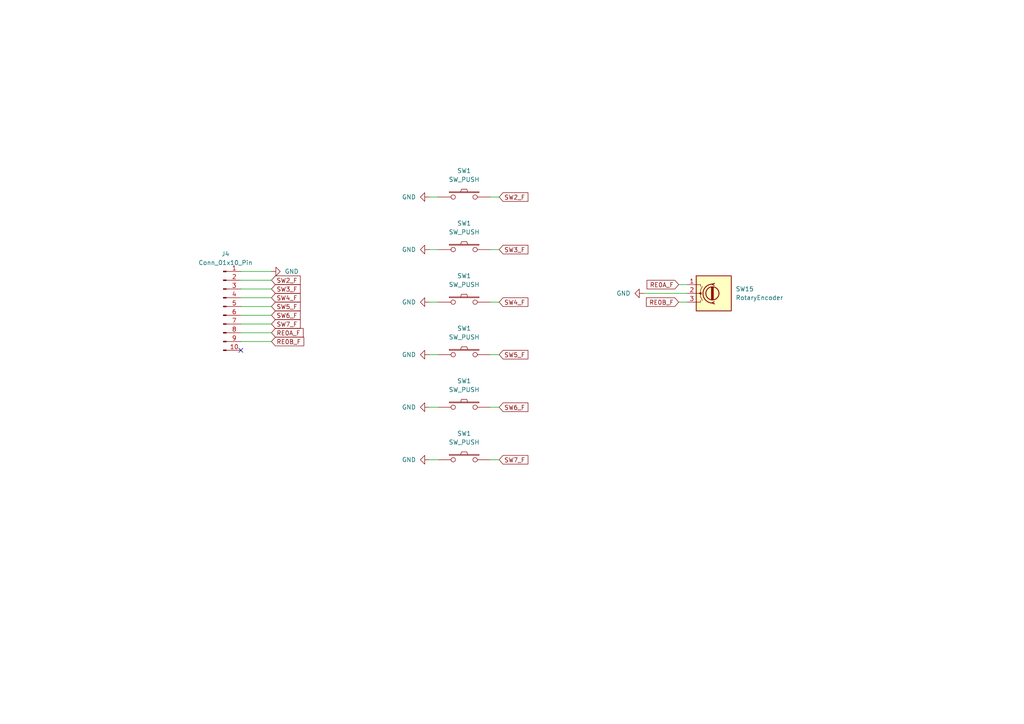
<source format=kicad_sch>
(kicad_sch (version 20230121) (generator eeschema)
  (paper "A4")
  (lib_symbols
    (symbol "Connector:Conn_01x10_Pin" (pin_names (offset 1.016) hide)
      (property "Reference" "J" (at 0 12.7 0))
      (property "Value" "Conn_01x10_Pin" (at 0 -15.24 0))
      (symbol "Conn_01x10_Pin_1_1"
        (polyline (pts (xy 1.27 -12.7) (xy 0.8636 -12.7)) (stroke (width 0.1524)))
        (polyline (pts (xy 1.27 -10.16) (xy 0.8636 -10.16)) (stroke (width 0.1524)))
        (polyline (pts (xy 1.27 -7.62) (xy 0.8636 -7.62)) (stroke (width 0.1524)))
        (polyline (pts (xy 1.27 -5.08) (xy 0.8636 -5.08)) (stroke (width 0.1524)))
        (polyline (pts (xy 1.27 -2.54) (xy 0.8636 -2.54)) (stroke (width 0.1524)))
        (polyline (pts (xy 1.27 0) (xy 0.8636 0)) (stroke (width 0.1524)))
        (polyline (pts (xy 1.27 2.54) (xy 0.8636 2.54)) (stroke (width 0.1524)))
        (polyline (pts (xy 1.27 5.08) (xy 0.8636 5.08)) (stroke (width 0.1524)))
        (polyline (pts (xy 1.27 7.62) (xy 0.8636 7.62)) (stroke (width 0.1524)))
        (polyline (pts (xy 1.27 10.16) (xy 0.8636 10.16)) (stroke (width 0.1524)))
        (rectangle (start 0.8636 -12.573) (end 0 -12.827) (stroke (width 0.1524)) (fill (type outline)))
        (rectangle (start 0.8636 -10.033) (end 0 -10.287) (stroke (width 0.1524)) (fill (type outline)))
        (rectangle (start 0.8636 -7.493) (end 0 -7.747) (stroke (width 0.1524)) (fill (type outline)))
        (rectangle (start 0.8636 -4.953) (end 0 -5.207) (stroke (width 0.1524)) (fill (type outline)))
        (rectangle (start 0.8636 -2.413) (end 0 -2.667) (stroke (width 0.1524)) (fill (type outline)))
        (rectangle (start 0.8636 0.127) (end 0 -0.127) (stroke (width 0.1524)) (fill (type outline)))
        (rectangle (start 0.8636 2.667) (end 0 2.413) (stroke (width 0.1524)) (fill (type outline)))
        (rectangle (start 0.8636 5.207) (end 0 4.953) (stroke (width 0.1524)) (fill (type outline)))
        (rectangle (start 0.8636 7.747) (end 0 7.493) (stroke (width 0.1524)) (fill (type outline)))
        (rectangle (start 0.8636 10.287) (end 0 10.033) (stroke (width 0.1524)) (fill (type outline)))
        (pin passive line (at 5.08 10.16 180) (length 3.81) (name "Pin_1") (number "1"))
        (pin passive line (at 5.08 -12.7 180) (length 3.81) (name "Pin_10") (number "10"))
        (pin passive line (at 5.08 7.62 180) (length 3.81) (name "Pin_2") (number "2"))
        (pin passive line (at 5.08 5.08 180) (length 3.81) (name "Pin_3") (number "3"))
        (pin passive line (at 5.08 2.54 180) (length 3.81) (name "Pin_4") (number "4"))
        (pin passive line (at 5.08 0 180) (length 3.81) (name "Pin_5") (number "5"))
        (pin passive line (at 5.08 -2.54 180) (length 3.81) (name "Pin_6") (number "6"))
        (pin passive line (at 5.08 -5.08 180) (length 3.81) (name "Pin_7") (number "7"))
        (pin passive line (at 5.08 -7.62 180) (length 3.81) (name "Pin_8") (number "8"))
        (pin passive line (at 5.08 -10.16 180) (length 3.81) (name "Pin_9") (number "9"))
      )
    )
    (symbol "Device:RotaryEncoder" (pin_names (offset 0.254) hide)
      (property "Reference" "SW15" (at 6.35 1.27 0))
      (property "Value" "RotaryEncoder" (at 6.35 -1.27 0))
      (symbol "RotaryEncoder_0_1"
        (rectangle (start -5.08 5.08) (end 5.08 -5.08) (stroke (width 0.254)) (fill (type background)))
        (circle (center -3.81 0) (radius 0.254) (fill (type outline)))
        (circle (center -0.381 0) (radius 1.905) (stroke (width 0.254)))
        (arc (start -0.381 2.667) (mid -3.0988 -0.0635) (end -0.381 -2.794) (stroke (width 0.254)))
        (polyline (pts (xy -0.635 -1.778) (xy -0.635 1.778)) (stroke (width 0.254)))
        (polyline (pts (xy -0.381 -1.778) (xy -0.381 1.778)) (stroke (width 0.254)))
        (polyline (pts (xy -0.127 1.778) (xy -0.127 -1.778)) (stroke (width 0.254)))
        (polyline (pts (xy -5.08 -2.54) (xy -3.81 -2.54) (xy -3.81 -2.032)))
        (polyline (pts (xy -5.08 2.54) (xy -3.81 2.54) (xy -3.81 2.032)))
        (polyline (pts (xy 0.254 -3.048) (xy -0.508 -2.794) (xy 0.127 -2.413)) (stroke (width 0.254)))
        (polyline (pts (xy 0.254 2.921) (xy -0.508 2.667) (xy 0.127 2.286)) (stroke (width 0.254)))
        (polyline (pts (xy -5.08 0) (xy -3.81 0) (xy -3.81 -1.016) (xy -3.302 -2.032)))
        (polyline (pts (xy -4.318 0) (xy -3.81 0) (xy -3.81 1.016) (xy -3.302 2.032)))
      )
      (symbol "RotaryEncoder_1_1"
        (pin passive line (at -7.62 2.54 0) (length 2.54) (name "A") (number "1"))
        (pin passive line (at -7.62 0 0) (length 2.54) (name "2") (number "2"))
        (pin passive line (at -7.62 -2.54 0) (length 2.54) (name "3") (number "3"))
      )
    )
    (symbol "kbd:SW_PUSH" (pin_numbers hide) (pin_names (offset 1.016) hide)
      (property "Reference" "SW" (at 3.81 2.794 0))
      (property "Value" "SW_PUSH" (at 0 -2.032 0))
      (symbol "SW_PUSH_0_1"
        (rectangle (start -4.318 1.27) (end 4.318 1.524))
        (polyline (pts (xy -1.016 1.524) (xy -0.762 2.286) (xy 0.762 2.286) (xy 1.016 1.524)))
        (pin passive inverted (at -7.62 0 0) (length 5.08) (name "1") (number "1"))
        (pin passive inverted (at 7.62 0 180) (length 5.08) (name "2") (number "2"))
      )
    )
    (symbol "power:GND" (power) (pin_names (offset 0))
      (property "Value" "GND" (at 0 -3.81 0))
      (symbol "GND_0_1"
        (polyline (pts (xy 0 0) (xy 0 -1.27) (xy 1.27 -1.27) (xy 0 -2.54) (xy -1.27 -1.27) (xy 0 -1.27)))
      )
      (symbol "GND_1_1"
        (pin power_in line (at 0 0 270) (length 0) hide (name "GND") (number "1"))
      )
    )
  )
  (no_connect (at 69.85 101.6))
  (wire (pts (xy 124.46 87.63) (xy 127 87.63)))
  (wire (pts (xy 124.46 133.35) (xy 127 133.35)))
  (wire (pts (xy 69.85 99.06) (xy 78.74 99.06)))
  (wire (pts (xy 142.24 87.63) (xy 144.78 87.63)))
  (wire (pts (xy 196.85 82.55) (xy 199.39 82.55)))
  (wire (pts (xy 69.85 93.98) (xy 78.74 93.98)))
  (wire (pts (xy 196.85 87.63) (xy 199.39 87.63)))
  (wire (pts (xy 142.24 102.87) (xy 144.78 102.87)))
  (wire (pts (xy 142.24 133.35) (xy 144.78 133.35)))
  (wire (pts (xy 69.85 88.9) (xy 78.74 88.9)))
  (wire (pts (xy 69.85 83.82) (xy 78.74 83.82)))
  (wire (pts (xy 69.85 78.74) (xy 78.74 78.74)))
  (wire (pts (xy 186.69 85.09) (xy 199.39 85.09)))
  (wire (pts (xy 142.24 118.11) (xy 144.78 118.11)))
  (wire (pts (xy 69.85 81.28) (xy 78.74 81.28)))
  (wire (pts (xy 124.46 57.15) (xy 127 57.15)))
  (wire (pts (xy 124.46 102.87) (xy 127 102.87)))
  (wire (pts (xy 124.46 118.11) (xy 127 118.11)))
  (wire (pts (xy 69.85 91.44) (xy 78.74 91.44)))
  (wire (pts (xy 69.85 96.52) (xy 78.74 96.52)))
  (wire (pts (xy 142.24 57.15) (xy 144.78 57.15)))
  (wire (pts (xy 69.85 86.36) (xy 78.74 86.36)))
  (wire (pts (xy 142.24 72.39) (xy 144.78 72.39)))
  (wire (pts (xy 124.46 72.39) (xy 127 72.39)))
  (global_label "SW5_F" (shape input) (at 144.78 102.87 0) (property "Intersheetrefs" "${INTERSHEET_REFS}" (effects hide)))
  (global_label "SW6_F" (shape input) (at 78.74 91.44 0) (property "Intersheetrefs" "${INTERSHEET_REFS}" (effects hide)))
  (global_label "RE0B_F" (shape input) (at 196.85 87.63 180) (property "Intersheetrefs" "${INTERSHEET_REFS}" (effects hide)))
  (global_label "SW7_F" (shape input) (at 78.74 93.98 0) (property "Intersheetrefs" "${INTERSHEET_REFS}" (effects hide)))
  (global_label "RE0A_F" (shape input) (at 78.74 96.52 0) (property "Intersheetrefs" "${INTERSHEET_REFS}" (effects hide)))
  (global_label "SW3_F" (shape input) (at 78.74 83.82 0) (property "Intersheetrefs" "${INTERSHEET_REFS}" (effects hide)))
  (global_label "SW4_F" (shape input) (at 144.78 87.63 0) (property "Intersheetrefs" "${INTERSHEET_REFS}" (effects hide)))
  (global_label "SW7_F" (shape input) (at 144.78 133.35 0) (property "Intersheetrefs" "${INTERSHEET_REFS}" (effects hide)))
  (global_label "SW6_F" (shape input) (at 144.78 118.11 0) (property "Intersheetrefs" "${INTERSHEET_REFS}" (effects hide)))
  (global_label "SW2_F" (shape input) (at 78.74 81.28 0) (property "Intersheetrefs" "${INTERSHEET_REFS}" (effects hide)))
  (global_label "SW3_F" (shape input) (at 144.78 72.39 0) (property "Intersheetrefs" "${INTERSHEET_REFS}" (effects hide)))
  (global_label "RE0A_F" (shape input) (at 196.85 82.55 180) (property "Intersheetrefs" "${INTERSHEET_REFS}" (effects hide)))
  (global_label "RE0B_F" (shape input) (at 78.74 99.06 0) (property "Intersheetrefs" "${INTERSHEET_REFS}" (effects hide)))
  (global_label "SW5_F" (shape input) (at 78.74 88.9 0) (property "Intersheetrefs" "${INTERSHEET_REFS}" (effects hide)))
  (global_label "SW4_F" (shape input) (at 78.74 86.36 0) (property "Intersheetrefs" "${INTERSHEET_REFS}" (effects hide)))
  (global_label "SW2_F" (shape input) (at 144.78 57.15 0) (property "Intersheetrefs" "${INTERSHEET_REFS}" (effects hide)))
  (symbol (lib_id "power:GND") (at 124.46 102.87 270) (unit 1)
    (property "Reference" "#PWR020" (effects hide))
    (property "Value" "GND" (at 120.65 102.87 90) (effects (justify right)))
    (instances (project "Chip_Sencor2" (path "" (reference "#PWR020") (unit 1)) (path "" (reference "#PWR03") (unit 1))))
  )
  (symbol (lib_id "power:GND") (at 124.46 87.63 270) (unit 1)
    (property "Reference" "#PWR020" (effects hide))
    (property "Value" "GND" (at 120.65 87.63 90) (effects (justify right)))
    (instances (project "Chip_Sencor2" (path "" (reference "#PWR020") (unit 1)) (path "" (reference "#PWR029") (unit 1))))
  )
  (symbol (lib_id "power:GND") (at 124.46 72.39 270) (unit 1)
    (property "Reference" "#PWR020" (effects hide))
    (property "Value" "GND" (at 120.65 72.39 90) (effects (justify right)))
    (instances (project "Chip_Sencor2" (path "" (reference "#PWR020") (unit 1)) (path "" (reference "#PWR04") (unit 1))))
  )
  (symbol (lib_id "power:GND") (at 124.46 57.15 270) (unit 1)
    (property "Reference" "#PWR020" (effects hide))
    (property "Value" "GND" (at 120.65 57.15 90) (effects (justify right)))
    (instances (project "Chip_Sencor2" (path "" (reference "#PWR020") (unit 1)) (path "" (reference "#PWR02") (unit 1))))
  )
  (symbol (lib_id "kbd:SW_PUSH") (at 134.62 133.35 0) (unit 1)
    (property "Reference" "SW1" (at 134.62 125.73 0))
    (property "Value" "SW_PUSH" (at 134.62 128.27 0))
    (property "Footprint" "0:SW-TH_L6.2-W6.2-P5.00" (effects hide))
    (property "LCSC" "C400268" (effects hide))
    (instances (project "Chip_Sencor2" (path "" (reference "SW1") (unit 1)) (path "" (reference "SW7") (unit 1))))
  )
  (symbol (lib_id "power:GND") (at 124.46 133.35 270) (unit 1)
    (property "Reference" "#PWR020" (effects hide))
    (property "Value" "GND" (at 120.65 133.35 90) (effects (justify right)))
    (instances (project "Chip_Sencor2" (path "" (reference "#PWR020") (unit 1)) (path "" (reference "#PWR030") (unit 1))))
  )
  (symbol (lib_id "kbd:SW_PUSH") (at 134.62 87.63 0) (unit 1)
    (property "Reference" "SW1" (at 134.62 80.01 0))
    (property "Value" "SW_PUSH" (at 134.62 82.55 0))
    (property "Footprint" "0:SW-TH_L6.2-W6.2-P5.00" (effects hide))
    (property "LCSC" "C400268" (effects hide))
    (instances (project "Chip_Sencor2" (path "" (reference "SW1") (unit 1)) (path "" (reference "SW4") (unit 1))))
  )
  (symbol (lib_id "Connector:Conn_01x10_Pin") (at 64.77 88.9 0) (unit 1)
    (property "Reference" "J4" (at 65.405 73.66 0))
    (property "Value" "Conn_01x10_Pin" (at 65.405 76.2 0))
    (property "Footprint" "0:CONN-TH_S10B-ZR-LF-SN" (effects hide))
    (property "LCSC" "C160347" (effects hide))
  )
  (symbol (lib_id "kbd:SW_PUSH") (at 134.62 102.87 0) (unit 1)
    (property "Reference" "SW1" (at 134.62 95.25 0))
    (property "Value" "SW_PUSH" (at 134.62 97.79 0))
    (property "Footprint" "0:SW-TH_L6.2-W6.2-P5.00" (effects hide))
    (property "LCSC" "C400268" (effects hide))
    (instances (project "Chip_Sencor2" (path "" (reference "SW1") (unit 1)) (path "" (reference "SW5") (unit 1))))
  )
  (symbol (lib_id "power:GND") (at 124.46 118.11 270) (unit 1)
    (property "Reference" "#PWR020" (effects hide))
    (property "Value" "GND" (at 120.65 118.11 90) (effects (justify right)))
    (instances (project "Chip_Sencor2" (path "" (reference "#PWR020") (unit 1)) (path "" (reference "#PWR06") (unit 1))))
  )
  (symbol (lib_id "Device:RotaryEncoder") (at 207.01 85.09 0) (unit 1)
    (property "Reference" "SW15" (at 213.36 83.82 0) (effects (justify left)))
    (property "Value" "RotaryEncoder" (at 213.36 86.36 0) (effects (justify left)))
    (property "Footprint" "0:SW-TH_CEN971112R02" (effects hide))
    (property "LCSC" "C400278" (effects hide))
    (instances (project "Chip_Sencor2" (path "" (reference "SW15") (unit 1)) (path "" (reference "SW12") (unit 1))))
  )
  (symbol (lib_id "kbd:SW_PUSH") (at 134.62 72.39 0) (unit 1)
    (property "Reference" "SW1" (at 134.62 64.77 0))
    (property "Value" "SW_PUSH" (at 134.62 67.31 0))
    (property "Footprint" "0:SW-TH_L6.2-W6.2-P5.00" (effects hide))
    (property "LCSC" "C400268" (effects hide))
    (instances (project "Chip_Sencor2" (path "" (reference "SW1") (unit 1)) (path "" (reference "SW3") (unit 1))))
  )
  (symbol (lib_id "power:GND") (at 186.69 85.09 270) (unit 1)
    (property "Reference" "#PWR020" (effects hide))
    (property "Value" "GND" (at 182.88 85.09 90) (effects (justify right)))
    (instances (project "Chip_Sencor2" (path "" (reference "#PWR020") (unit 1)) (path "" (reference "#PWR031") (unit 1))))
  )
  (symbol (lib_id "kbd:SW_PUSH") (at 134.62 118.11 0) (unit 1)
    (property "Reference" "SW1" (at 134.62 110.49 0))
    (property "Value" "SW_PUSH" (at 134.62 113.03 0))
    (property "Footprint" "0:SW-TH_L6.2-W6.2-P5.00" (effects hide))
    (property "LCSC" "C400268" (effects hide))
    (instances (project "Chip_Sencor2" (path "" (reference "SW1") (unit 1)) (path "" (reference "SW6") (unit 1))))
  )
  (symbol (lib_id "kbd:SW_PUSH") (at 134.62 57.15 0) (unit 1)
    (property "Reference" "SW1" (at 134.62 49.53 0))
    (property "Value" "SW_PUSH" (at 134.62 52.07 0))
    (property "Footprint" "0:SW-TH_L6.2-W6.2-P5.00" (effects hide))
    (property "LCSC" "C400268" (effects hide))
    (instances (project "Chip_Sencor2" (path "" (reference "SW1") (unit 1)) (path "" (reference "SW2") (unit 1))))
  )
  (symbol (lib_id "power:GND") (at 78.74 78.74 90) (mirror x) (unit 1)
    (property "Reference" "#PWR020" (effects hide))
    (property "Value" "GND" (at 82.55 78.74 90) (effects (justify right)))
    (instances (project "Chip_Sencor2" (path "" (reference "#PWR020") (unit 1)) (path "" (reference "#PWR034") (unit 1))))
  )
)
</source>
